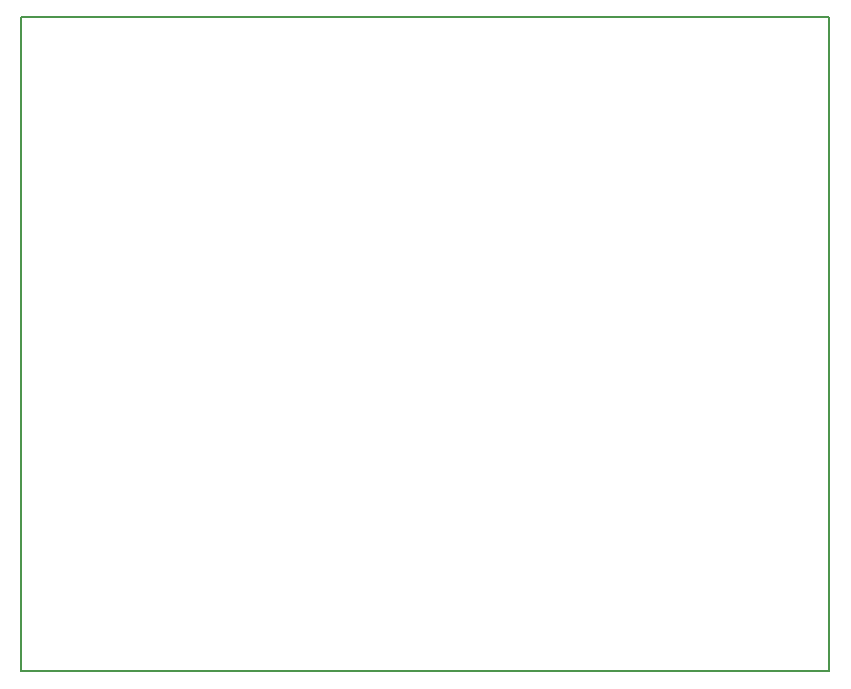
<source format=gm1>
G04 MADE WITH FRITZING*
G04 WWW.FRITZING.ORG*
G04 DOUBLE SIDED*
G04 HOLES PLATED*
G04 CONTOUR ON CENTER OF CONTOUR VECTOR*
%ASAXBY*%
%FSLAX23Y23*%
%MOIN*%
%OFA0B0*%
%SFA1.0B1.0*%
%ADD10R,2.700950X2.188590*%
%ADD11C,0.008000*%
%ADD10C,0.008*%
%LNCONTOUR*%
G90*
G70*
G54D10*
G54D11*
X4Y2185D02*
X2697Y2185D01*
X2697Y4D01*
X4Y4D01*
X4Y2185D01*
D02*
G04 End of contour*
M02*
</source>
